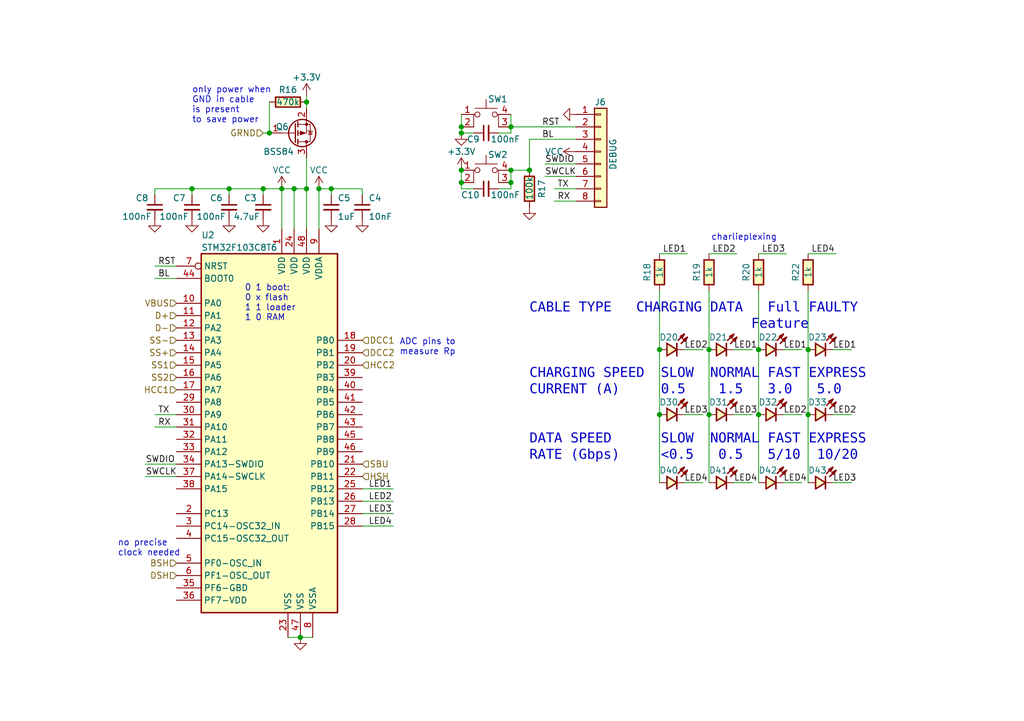
<source format=kicad_sch>
(kicad_sch (version 20230121) (generator eeschema)
  (paper "A5")
  (title_block (title "USB micro-B & C cable tester") (date "$date$") (rev "$version$.$revision$") (company "CuVoodoo") (comment 1 "King Kévin") (comment 2 "CERN-OHL-S") (comment 3 "interprets capabilities into usage"))
  (lib_symbols
    (symbol "Connector_Generic:Conn_01x08" (pin_names (offset 1.016) hide)
      (property "Reference" "J" (at 0 10.16 0))
      (property "Value" "Conn_01x08" (at 0 -12.7 0))
      (symbol "Conn_01x08_1_1"
        (rectangle (start -1.27 -10.033) (end 0 -10.287) (stroke (width 0.1524)))
        (rectangle (start -1.27 -7.493) (end 0 -7.747) (stroke (width 0.1524)))
        (rectangle (start -1.27 -4.953) (end 0 -5.207) (stroke (width 0.1524)))
        (rectangle (start -1.27 -2.413) (end 0 -2.667) (stroke (width 0.1524)))
        (rectangle (start -1.27 0.127) (end 0 -0.127) (stroke (width 0.1524)))
        (rectangle (start -1.27 2.667) (end 0 2.413) (stroke (width 0.1524)))
        (rectangle (start -1.27 5.207) (end 0 4.953) (stroke (width 0.1524)))
        (rectangle (start -1.27 7.747) (end 0 7.493) (stroke (width 0.1524)))
        (rectangle (start -1.27 8.89) (end 1.27 -11.43) (stroke (width 0.254)) (fill (type background)))
        (pin passive line (at -5.08 7.62 0) (length 3.81) (name "Pin_1") (number "1"))
        (pin passive line (at -5.08 5.08 0) (length 3.81) (name "Pin_2") (number "2"))
        (pin passive line (at -5.08 2.54 0) (length 3.81) (name "Pin_3") (number "3"))
        (pin passive line (at -5.08 0 0) (length 3.81) (name "Pin_4") (number "4"))
        (pin passive line (at -5.08 -2.54 0) (length 3.81) (name "Pin_5") (number "5"))
        (pin passive line (at -5.08 -5.08 0) (length 3.81) (name "Pin_6") (number "6"))
        (pin passive line (at -5.08 -7.62 0) (length 3.81) (name "Pin_7") (number "7"))
        (pin passive line (at -5.08 -10.16 0) (length 3.81) (name "Pin_8") (number "8"))
      )
    )
    (symbol "GND_1" (power) (pin_names (offset 0))
      (property "Value" "GND_1" (at 0 -3.81 0))
      (symbol "GND_1_0_1"
        (polyline (pts (xy 0 0) (xy 0 -1.27) (xy 1.27 -1.27) (xy 0 -2.54) (xy -1.27 -1.27) (xy 0 -1.27)))
      )
      (symbol "GND_1_1_1"
        (pin power_in line (at 0 0 270) (length 0) hide (name "GND") (number "1"))
      )
    )
    (symbol "partdb:LED/KT-0805G" (pin_numbers hide) (pin_names hide)
      (property "Reference" "D" (at 0 2.032 0))
      (property "Value" "LED0805" (at 0 -2.032 0))
      (symbol "LED/KT-0805G_1_1"
        (polyline (pts (xy 1.016 1.27) (xy 1.016 -1.27)) (stroke (width 0.305)))
        (polyline (pts (xy 1.27 1.905) (xy 2.54 3.175)) (stroke (width 0.305)))
        (polyline (pts (xy 1.905 1.27) (xy 3.175 2.54)) (stroke (width 0.305)))
        (polyline (pts (xy -1.016 1.27) (xy 1.016 0) (xy -1.016 -1.27) (xy -1.016 1.27)) (stroke (width 0.305)) (fill (type background)))
        (polyline (pts (xy 1.725 2.72) (xy 2.54 3.175) (xy 2.085 2.36) (xy 1.725 2.72)) (stroke (width 0.305)) (fill (type outline)))
        (polyline (pts (xy 2.36 2.085) (xy 3.175 2.54) (xy 2.72 1.725) (xy 2.36 2.085)) (stroke (width 0.305)) (fill (type outline)))
        (pin passive line (at 2.54 0 180) (length 1.524) (name "C") (number "1"))
        (pin passive line (at -2.54 0 0) (length 1.524) (name "A") (number "2"))
      )
    )
    (symbol "partdb:MCU/STM32F030C8T6"
      (property "Reference" "U" (at 0 0.762 0))
      (property "Value" "STM32F103C" (at 23.622 -74.422 0))
      (symbol "MCU/STM32F030C8T6_1_1"
        (rectangle (start 0 0) (end 27.94 -73.66) (stroke (width 0.305)) (fill (type background)))
        (pin power_in line (at 16.51 5.08 270) (length 5.08) (name "VDD") (number "1"))
        (pin bidirectional line (at -5.08 -10.16 0) (length 5.08) (name "PA0") (number "10"))
        (pin bidirectional line (at -5.08 -12.7 0) (length 5.08) (name "PA1") (number "11"))
        (pin bidirectional line (at -5.08 -15.24 0) (length 5.08) (name "PA2") (number "12"))
        (pin bidirectional line (at -5.08 -17.78 0) (length 5.08) (name "PA3") (number "13"))
        (pin bidirectional line (at -5.08 -20.32 0) (length 5.08) (name "PA4") (number "14"))
        (pin bidirectional line (at -5.08 -22.86 0) (length 5.08) (name "PA5") (number "15"))
        (pin bidirectional line (at -5.08 -25.4 0) (length 5.08) (name "PA6") (number "16"))
        (pin bidirectional line (at -5.08 -27.94 0) (length 5.08) (name "PA7") (number "17"))
        (pin bidirectional line (at 33.02 -17.78 180) (length 5.08) (name "PB0") (number "18"))
        (pin bidirectional line (at 33.02 -20.32 180) (length 5.08) (name "PB1") (number "19"))
        (pin bidirectional line (at -5.08 -53.34 0) (length 5.08) (name "PC13") (number "2"))
        (pin bidirectional line (at 33.02 -22.86 180) (length 5.08) (name "PB2") (number "20"))
        (pin bidirectional line (at 33.02 -43.18 180) (length 5.08) (name "PB10") (number "21"))
        (pin bidirectional line (at 33.02 -45.72 180) (length 5.08) (name "PB11") (number "22"))
        (pin power_in line (at 17.78 -78.74 90) (length 5.08) (name "VSS") (number "23"))
        (pin power_in line (at 19.05 5.08 270) (length 5.08) (name "VDD") (number "24"))
        (pin bidirectional line (at 33.02 -48.26 180) (length 5.08) (name "PB12") (number "25"))
        (pin bidirectional line (at 33.02 -50.8 180) (length 5.08) (name "PB13") (number "26"))
        (pin bidirectional line (at 33.02 -53.34 180) (length 5.08) (name "PB14") (number "27"))
        (pin bidirectional line (at 33.02 -55.88 180) (length 5.08) (name "PB15") (number "28"))
        (pin bidirectional line (at -5.08 -30.48 0) (length 5.08) (name "PA8") (number "29"))
        (pin bidirectional line (at -5.08 -55.88 0) (length 5.08) (name "PC14-OSC32_IN") (number "3"))
        (pin bidirectional line (at -5.08 -33.02 0) (length 5.08) (name "PA9") (number "30"))
        (pin bidirectional line (at -5.08 -35.56 0) (length 5.08) (name "PA10") (number "31"))
        (pin bidirectional line (at -5.08 -38.1 0) (length 5.08) (name "PA11") (number "32"))
        (pin bidirectional line (at -5.08 -40.64 0) (length 5.08) (name "PA12") (number "33"))
        (pin bidirectional line (at -5.08 -43.18 0) (length 5.08) (name "PA13-SWDIO") (number "34"))
        (pin bidirectional line (at -5.08 -68.58 0) (length 5.08) (name "PF6-GBD") (number "35"))
        (pin bidirectional line (at -5.08 -71.12 0) (length 5.08) (name "PF7-VDD") (number "36"))
        (pin bidirectional line (at -5.08 -45.72 0) (length 5.08) (name "PA14-SWCLK") (number "37"))
        (pin bidirectional line (at -5.08 -48.26 0) (length 5.08) (name "PA15") (number "38"))
        (pin bidirectional line (at 33.02 -25.4 180) (length 5.08) (name "PB3") (number "39"))
        (pin bidirectional line (at -5.08 -58.42 0) (length 5.08) (name "PC15-OSC32_OUT") (number "4"))
        (pin bidirectional line (at 33.02 -27.94 180) (length 5.08) (name "PB4") (number "40"))
        (pin bidirectional line (at 33.02 -30.48 180) (length 5.08) (name "PB5") (number "41"))
        (pin bidirectional line (at 33.02 -33.02 180) (length 5.08) (name "PB6") (number "42"))
        (pin bidirectional line (at 33.02 -35.56 180) (length 5.08) (name "PB7") (number "43"))
        (pin input line (at -5.08 -5.08 0) (length 5.08) (name "BOOT0") (number "44"))
        (pin bidirectional line (at 33.02 -38.1 180) (length 5.08) (name "PB8") (number "45"))
        (pin bidirectional line (at 33.02 -40.64 180) (length 5.08) (name "PB9") (number "46"))
        (pin power_in line (at 20.32 -78.74 90) (length 5.08) (name "VSS") (number "47"))
        (pin power_in line (at 21.59 5.08 270) (length 5.08) (name "VDD") (number "48"))
        (pin bidirectional line (at -5.08 -63.5 0) (length 5.08) (name "PF0-OSC_IN") (number "5"))
        (pin bidirectional line (at -5.08 -66.04 0) (length 5.08) (name "PF1-OSC_OUT") (number "6"))
        (pin input inverted (at -5.08 -2.54 0) (length 5.08) (name "NRST") (number "7"))
        (pin power_in line (at 22.86 -78.74 90) (length 5.08) (name "VSSA") (number "8"))
        (pin power_in line (at 24.13 5.08 270) (length 5.08) (name "VDDA") (number "9"))
      )
    )
    (symbol "partdb:button/TS-1187A-B-A-B" (pin_names (offset 1.016) hide)
      (property "Reference" "SW" (at 0.635 5.715 0))
      (property "Value" "SW_MEC_5E" (at 0 -3.175 0))
      (symbol "button/TS-1187A-B-A-B_0_1"
        (circle (center -1.778 2.54) (radius 0.508))
        (polyline (pts (xy -2.286 3.81) (xy 2.286 3.81)))
        (polyline (pts (xy 0 3.81) (xy 0 5.588)))
        (polyline (pts (xy -2.54 0) (xy -2.54 2.54) (xy -2.286 2.54)))
        (polyline (pts (xy 2.54 0) (xy 2.54 2.54) (xy 2.286 2.54)))
        (circle (center 1.778 2.54) (radius 0.508))
        (pin passive line (at -5.08 2.54 0) (length 2.54) (name "1") (number "1"))
        (pin passive line (at -5.08 0 0) (length 2.54) (name "2") (number "2"))
        (pin passive line (at 5.08 0 180) (length 2.54) (name "K") (number "3"))
        (pin passive line (at 5.08 2.54 180) (length 2.54) (name "A") (number "4"))
      )
    )
    (symbol "partdb:capacitor/0603B103K500NT" (pin_numbers hide) (pin_names (offset 0.254) hide)
      (property "Reference" "C" (at 0.254 1.778 0))
      (property "Value" "C_Small" (at 0.254 -2.032 0))
      (symbol "capacitor/0603B103K500NT_0_1"
        (polyline (pts (xy -1.524 -0.508) (xy 1.524 -0.508)) (stroke (width 0.3302)))
        (polyline (pts (xy -1.524 0.508) (xy 1.524 0.508)) (stroke (width 0.3048)))
      )
      (symbol "capacitor/0603B103K500NT_1_1"
        (pin passive line (at 0 2.54 270) (length 2.032) (name "~") (number "1"))
        (pin passive line (at 0 -2.54 90) (length 2.032) (name "~") (number "2"))
      )
    )
    (symbol "partdb:capacitor/C0603 0.1uF 50V" (pin_numbers hide) (pin_names (offset 0.254) hide)
      (property "Reference" "C" (at 0.254 1.778 0))
      (property "Value" "C_Small" (at 0.254 -2.032 0))
      (symbol "capacitor/C0603 0.1uF 50V_0_1"
        (polyline (pts (xy -1.524 -0.508) (xy 1.524 -0.508)) (stroke (width 0.3302)))
        (polyline (pts (xy -1.524 0.508) (xy 1.524 0.508)) (stroke (width 0.3048)))
      )
      (symbol "capacitor/C0603 0.1uF 50V_1_1"
        (pin passive line (at 0 2.54 270) (length 2.032) (name "~") (number "1"))
        (pin passive line (at 0 -2.54 90) (length 2.032) (name "~") (number "2"))
      )
    )
    (symbol "partdb:capacitor/C0603 4.7uF" (pin_numbers hide) (pin_names (offset 0.254) hide)
      (property "Reference" "C" (at 0.254 1.778 0))
      (property "Value" "C_Small" (at 0.254 -2.032 0))
      (symbol "capacitor/C0603 4.7uF_0_1"
        (polyline (pts (xy -1.524 -0.508) (xy 1.524 -0.508)) (stroke (width 0.3302)))
        (polyline (pts (xy -1.524 0.508) (xy 1.524 0.508)) (stroke (width 0.3048)))
      )
      (symbol "capacitor/C0603 4.7uF_1_1"
        (pin passive line (at 0 2.54 270) (length 2.032) (name "~") (number "1"))
        (pin passive line (at 0 -2.54 90) (length 2.032) (name "~") (number "2"))
      )
    )
    (symbol "partdb:capacitor/CL10A105KB8NNNC" (pin_numbers hide) (pin_names (offset 0.254) hide)
      (property "Reference" "C" (at 0.254 1.778 0))
      (property "Value" "C_Small" (at 0.254 -2.032 0))
      (symbol "capacitor/CL10A105KB8NNNC_0_1"
        (polyline (pts (xy -1.524 -0.508) (xy 1.524 -0.508)) (stroke (width 0.3302)))
        (polyline (pts (xy -1.524 0.508) (xy 1.524 0.508)) (stroke (width 0.3048)))
      )
      (symbol "capacitor/CL10A105KB8NNNC_1_1"
        (pin passive line (at 0 2.54 270) (length 2.032) (name "~") (number "1"))
        (pin passive line (at 0 -2.54 90) (length 2.032) (name "~") (number "2"))
      )
    )
    (symbol "partdb:resistor/0603WAF1001T5E" (pin_numbers hide) (pin_names hide)
      (property "Reference" "R" (at 0 1.778 0))
      (property "Value" "R0603" (at 0 -1.778 0))
      (symbol "resistor/0603WAF1001T5E_1_1"
        (rectangle (start -2.54 1.016) (end 2.54 -1.016) (stroke (width 0.305)) (fill (type background)))
        (pin passive line (at -3.81 0 0) (length 1.27) (name "L") (number "1"))
        (pin passive line (at 3.81 0 180) (length 1.27) (name "R") (number "2"))
      )
    )
    (symbol "partdb:resistor/0603WAF1003T5E" (pin_numbers hide) (pin_names hide)
      (property "Reference" "R" (at 0 1.778 0))
      (property "Value" "R0603" (at 0 -1.778 0))
      (symbol "resistor/0603WAF1003T5E_1_1"
        (rectangle (start -2.54 1.016) (end 2.54 -1.016) (stroke (width 0.305)) (fill (type background)))
        (pin passive line (at -3.81 0 0) (length 1.27) (name "L") (number "1"))
        (pin passive line (at 3.81 0 180) (length 1.27) (name "R") (number "2"))
      )
    )
    (symbol "partdb:resistor/0603WAF4703T5E" (pin_numbers hide) (pin_names hide)
      (property "Reference" "R" (at 0 1.778 0))
      (property "Value" "R0603" (at 0 -1.778 0))
      (symbol "resistor/0603WAF4703T5E_1_1"
        (rectangle (start -2.54 1.016) (end 2.54 -1.016) (stroke (width 0.305)) (fill (type background)))
        (pin passive line (at -3.81 0 0) (length 1.27) (name "L") (number "1"))
        (pin passive line (at 3.81 0 180) (length 1.27) (name "R") (number "2"))
      )
    )
    (symbol "partdb:transistor/BSS84" (pin_names (offset 0) hide)
      (property "Reference" "Q" (at 5.08 1.27 0))
      (property "Value" "Q_PMOS_GSD" (at 5.08 -1.27 0))
      (symbol "transistor/BSS84_0_1"
        (polyline (pts (xy 0.254 0) (xy -2.54 0)))
        (polyline (pts (xy 0.254 1.905) (xy 0.254 -1.905)) (stroke (width 0.254)))
        (polyline (pts (xy 0.762 -1.27) (xy 0.762 -2.286)) (stroke (width 0.254)))
        (polyline (pts (xy 0.762 0.508) (xy 0.762 -0.508)) (stroke (width 0.254)))
        (polyline (pts (xy 0.762 2.286) (xy 0.762 1.27)) (stroke (width 0.254)))
        (polyline (pts (xy 2.54 2.54) (xy 2.54 1.778)))
        (polyline (pts (xy 2.54 -2.54) (xy 2.54 0) (xy 0.762 0)))
        (polyline (pts (xy 0.762 1.778) (xy 3.302 1.778) (xy 3.302 -1.778) (xy 0.762 -1.778)))
        (polyline (pts (xy 2.286 0) (xy 1.27 0.381) (xy 1.27 -0.381) (xy 2.286 0)) (fill (type outline)))
        (polyline (pts (xy 2.794 -0.508) (xy 2.921 -0.381) (xy 3.683 -0.381) (xy 3.81 -0.254)))
        (polyline (pts (xy 3.302 -0.381) (xy 2.921 0.254) (xy 3.683 0.254) (xy 3.302 -0.381)))
        (circle (center 1.651 0) (radius 2.794) (stroke (width 0.254)))
        (circle (center 2.54 -1.778) (radius 0.254) (fill (type outline)))
        (circle (center 2.54 1.778) (radius 0.254) (fill (type outline)))
      )
      (symbol "transistor/BSS84_1_1"
        (pin input line (at -5.08 0 0) (length 2.54) (name "G") (number "1"))
        (pin passive line (at 2.54 -5.08 90) (length 2.54) (name "S") (number "2"))
        (pin passive line (at 2.54 5.08 270) (length 2.54) (name "D") (number "3"))
      )
    )
    (symbol "power:+3.3V" (power) (pin_names (offset 0))
      (property "Value" "+3.3V" (at 0 3.556 0))
      (symbol "+3.3V_0_1"
        (polyline (pts (xy -0.762 1.27) (xy 0 2.54)))
        (polyline (pts (xy 0 0) (xy 0 2.54)))
        (polyline (pts (xy 0 2.54) (xy 0.762 1.27)))
      )
      (symbol "+3.3V_1_1"
        (pin power_in line (at 0 0 90) (length 0) hide (name "+3.3V") (number "1"))
      )
    )
    (symbol "power:VCC" (power) (pin_names (offset 0))
      (property "Value" "VCC" (at 0 3.81 0))
      (symbol "VCC_0_1"
        (polyline (pts (xy -0.762 1.27) (xy 0 2.54)))
        (polyline (pts (xy 0 0) (xy 0 2.54)))
        (polyline (pts (xy 0 2.54) (xy 0.762 1.27)))
      )
      (symbol "VCC_1_1"
        (pin power_in line (at 0 0 90) (length 0) hide (name "VCC") (number "1"))
      )
    )
  )
  (junction (at 108.585 34.925))
  (junction (at 145.415 71.755))
  (junction (at 67.945 38.735))
  (junction (at 155.575 85.09))
  (junction (at 57.785 38.735))
  (junction (at 55.245 27.305))
  (junction (at 104.775 34.925))
  (junction (at 62.865 38.735))
  (junction (at 61.595 130.81))
  (junction (at 60.325 38.735))
  (junction (at 135.255 71.755))
  (junction (at 165.735 71.755))
  (junction (at 104.775 37.465))
  (junction (at 104.775 26.035))
  (junction (at 135.255 85.09))
  (junction (at 65.405 38.735))
  (junction (at 39.37 38.735))
  (junction (at 46.99 38.735))
  (junction (at 165.735 85.09))
  (junction (at 53.975 38.735))
  (junction (at 94.615 34.925))
  (junction (at 145.415 85.09))
  (junction (at 94.615 37.465))
  (junction (at 94.615 27.305))
  (junction (at 62.865 20.955))
  (junction (at 155.575 71.755))
  (junction (at 94.615 26.035))
  (wire (pts (xy 94.615 27.305) (xy 94.615 26.035)))
  (wire (pts (xy 165.735 85.09) (xy 165.735 99.06)))
  (wire (pts (xy 74.295 102.87) (xy 80.645 102.87)))
  (wire (pts (xy 145.415 52.07) (xy 151.13 52.07)))
  (wire (pts (xy 62.865 46.99) (xy 62.865 38.735)))
  (wire (pts (xy 140.335 71.755) (xy 144.145 71.755)))
  (wire (pts (xy 29.845 95.25) (xy 36.195 95.25)))
  (wire (pts (xy 60.325 46.99) (xy 60.325 38.735)))
  (wire (pts (xy 165.735 52.07) (xy 171.45 52.07)))
  (wire (pts (xy 140.335 99.06) (xy 144.145 99.06)))
  (wire (pts (xy 97.155 27.305) (xy 94.615 27.305)))
  (wire (pts (xy 150.495 71.755) (xy 154.305 71.755)))
  (wire (pts (xy 74.295 105.41) (xy 80.645 105.41)))
  (wire (pts (xy 65.405 38.735) (xy 67.945 38.735)))
  (wire (pts (xy 145.415 59.69) (xy 145.415 71.755)))
  (wire (pts (xy 31.75 57.15) (xy 36.195 57.15)))
  (wire (pts (xy 111.76 36.195) (xy 118.11 36.195)))
  (wire (pts (xy 104.775 38.735) (xy 104.775 37.465)))
  (wire (pts (xy 67.945 38.735) (xy 67.945 40.005)))
  (wire (pts (xy 104.775 27.305) (xy 104.775 26.035)))
  (wire (pts (xy 62.865 20.955) (xy 62.865 22.225)))
  (wire (pts (xy 57.785 38.735) (xy 57.785 46.99)))
  (wire (pts (xy 74.295 100.33) (xy 80.645 100.33)))
  (wire (pts (xy 160.655 71.755) (xy 164.465 71.755)))
  (wire (pts (xy 165.735 59.69) (xy 165.735 71.755)))
  (wire (pts (xy 67.945 38.735) (xy 74.295 38.735)))
  (wire (pts (xy 65.405 46.99) (xy 65.405 38.735)))
  (wire (pts (xy 53.975 38.735) (xy 53.975 40.005)))
  (wire (pts (xy 155.575 59.69) (xy 155.575 71.755)))
  (wire (pts (xy 46.99 38.735) (xy 53.975 38.735)))
  (wire (pts (xy 135.255 52.07) (xy 140.97 52.07)))
  (wire (pts (xy 55.245 20.955) (xy 55.245 27.305)))
  (wire (pts (xy 104.775 23.495) (xy 104.775 26.035)))
  (wire (pts (xy 94.615 38.735) (xy 94.615 37.465)))
  (wire (pts (xy 31.75 85.09) (xy 36.195 85.09)))
  (wire (pts (xy 39.37 38.735) (xy 46.99 38.735)))
  (wire (pts (xy 62.865 32.385) (xy 62.865 38.735)))
  (wire (pts (xy 108.585 28.575) (xy 118.11 28.575)))
  (wire (pts (xy 62.865 19.685) (xy 62.865 20.955)))
  (wire (pts (xy 160.655 99.06) (xy 164.465 99.06)))
  (wire (pts (xy 104.775 26.035) (xy 118.11 26.035)))
  (wire (pts (xy 94.615 23.495) (xy 94.615 26.035)))
  (wire (pts (xy 135.255 59.69) (xy 135.255 71.755)))
  (wire (pts (xy 170.815 99.06) (xy 174.625 99.06)))
  (wire (pts (xy 61.595 130.81) (xy 64.135 130.81)))
  (wire (pts (xy 53.975 38.735) (xy 57.785 38.735)))
  (wire (pts (xy 74.295 107.95) (xy 80.645 107.95)))
  (wire (pts (xy 46.99 38.735) (xy 46.99 40.005)))
  (wire (pts (xy 140.335 85.09) (xy 144.145 85.09)))
  (wire (pts (xy 113.665 38.735) (xy 118.11 38.735)))
  (wire (pts (xy 170.815 85.09) (xy 174.625 85.09)))
  (wire (pts (xy 94.615 34.925) (xy 94.615 37.465)))
  (wire (pts (xy 135.255 85.09) (xy 135.255 99.06)))
  (wire (pts (xy 113.665 41.275) (xy 118.11 41.275)))
  (wire (pts (xy 108.585 34.925) (xy 104.775 34.925)))
  (wire (pts (xy 145.415 71.755) (xy 145.415 85.09)))
  (wire (pts (xy 155.575 71.755) (xy 155.575 85.09)))
  (wire (pts (xy 55.245 27.305) (xy 53.975 27.305)))
  (wire (pts (xy 74.295 38.735) (xy 74.295 40.005)))
  (wire (pts (xy 29.845 97.79) (xy 36.195 97.79)))
  (wire (pts (xy 97.155 38.735) (xy 94.615 38.735)))
  (wire (pts (xy 135.255 71.755) (xy 135.255 85.09)))
  (wire (pts (xy 155.575 52.07) (xy 161.29 52.07)))
  (wire (pts (xy 102.235 38.735) (xy 104.775 38.735)))
  (wire (pts (xy 31.75 87.63) (xy 36.195 87.63)))
  (wire (pts (xy 60.325 38.735) (xy 62.865 38.735)))
  (wire (pts (xy 31.75 54.61) (xy 36.195 54.61)))
  (wire (pts (xy 155.575 85.09) (xy 155.575 99.06)))
  (wire (pts (xy 102.235 27.305) (xy 104.775 27.305)))
  (wire (pts (xy 108.585 28.575) (xy 108.585 34.925)))
  (wire (pts (xy 111.76 33.655) (xy 118.11 33.655)))
  (wire (pts (xy 31.75 38.735) (xy 39.37 38.735)))
  (wire (pts (xy 165.735 71.755) (xy 165.735 85.09)))
  (wire (pts (xy 39.37 38.735) (xy 39.37 40.005)))
  (wire (pts (xy 160.655 85.09) (xy 164.465 85.09)))
  (wire (pts (xy 104.775 34.925) (xy 104.775 37.465)))
  (wire (pts (xy 145.415 85.09) (xy 145.415 99.06)))
  (wire (pts (xy 150.495 85.09) (xy 154.305 85.09)))
  (wire (pts (xy 31.75 40.005) (xy 31.75 38.735)))
  (wire (pts (xy 60.325 38.735) (xy 57.785 38.735)))
  (wire (pts (xy 170.815 71.755) (xy 174.625 71.755)))
  (wire (pts (xy 150.495 99.06) (xy 154.305 99.06)))
  (wire (pts (xy 59.055 130.81) (xy 61.595 130.81)))
  (text "only power when\nGND in cable\nis present\nto save power" (at 39.37 25.4 0) (effects (font (size 1.27 1.27)) (justify left bottom)))
  (text "0 1 boot:\n0 x flash\n1 1 loader\n1 0 RAM" (at 50.165 66.04 0) (effects (font (size 1.27 1.27)) (justify left bottom)))
  (text "ADC pins to\nmeasure Rp" (at 81.915 73.025 0) (effects (font (size 1.27 1.27)) (justify left bottom)))
  (text "charlieplexing" (at 159.385 49.53 0) (effects (font (size 1.27 1.27)) (justify right bottom)))
  (text "no precise\nclock needed" (at 24.13 114.3 0) (effects (font (size 1.27 1.27)) (justify left bottom)))
  (text "CABLE TYPE   CHARGING DATA   Full FAULTY\n                           Feature\n\n\nCHARGING SPEED  SLOW  NORMAL FAST EXPRESS\nCURRENT (A)     0.5    1.5   3.0   5.0\n\n\nDATA SPEED      SLOW  NORMAL FAST EXPRESS\nRATE (Gbps)     <0.5   0.5   5/10  10/20" (at 108.585 95.25 0) (effects (font (size 2 2)) (justify left bottom)))
  (label "RX" (at 32.385 87.63 0))
  (label "LED2" (at 170.815 85.09 0))
  (label "SWCLK" (at 111.76 36.195 0))
  (label "LED3" (at 75.565 105.41 0))
  (label "LED1" (at 135.89 52.07 0))
  (label "LED2" (at 75.565 102.87 0))
  (label "BL" (at 32.385 57.15 0))
  (label "RST" (at 32.385 54.61 0))
  (label "LED4" (at 166.37 52.07 0))
  (label "SWCLK" (at 29.845 97.79 0))
  (label "RX" (at 114.3 41.275 0))
  (label "LED4" (at 160.655 99.06 0))
  (label "TX" (at 32.385 85.09 0))
  (label "LED1" (at 160.655 71.755 0))
  (label "SWDIO" (at 111.76 33.655 0))
  (label "TX" (at 114.3 38.735 0))
  (label "RST" (at 111.125 26.035 0))
  (label "LED3" (at 140.335 85.09 0))
  (label "LED3" (at 170.815 99.06 0))
  (label "LED2" (at 160.655 85.09 0))
  (label "LED1" (at 150.495 71.755 0))
  (label "LED3" (at 156.21 52.07 0))
  (label "BL" (at 111.125 28.575 0))
  (label "LED4" (at 75.565 107.95 0))
  (label "LED4" (at 140.335 99.06 0))
  (label "LED3" (at 150.495 85.09 0))
  (label "LED4" (at 150.495 99.06 0))
  (label "LED2" (at 140.335 71.755 0))
  (label "LED1" (at 170.815 71.755 0))
  (label "SWDIO" (at 29.845 95.25 0))
  (label "LED2" (at 146.05 52.07 0))
  (label "LED1" (at 75.565 100.33 0))
  (hierarchical_label "BSH" (shape input) (at 36.195 115.57 180))
  (hierarchical_label "SS+" (shape input) (at 36.195 72.39 180))
  (hierarchical_label "DCC2" (shape input) (at 74.295 72.39 0))
  (hierarchical_label "D+" (shape input) (at 36.195 64.77 180))
  (hierarchical_label "VBUS" (shape input) (at 36.195 62.23 180))
  (hierarchical_label "HSH" (shape input) (at 74.295 97.79 0))
  (hierarchical_label "D-" (shape input) (at 36.195 67.31 180))
  (hierarchical_label "SS2" (shape input) (at 36.195 77.47 180))
  (hierarchical_label "SBU" (shape input) (at 74.295 95.25 0))
  (hierarchical_label "SS1" (shape input) (at 36.195 74.93 180))
  (hierarchical_label "HCC2" (shape input) (at 74.295 74.93 0))
  (hierarchical_label "DSH" (shape input) (at 36.195 118.11 180))
  (hierarchical_label "SS-" (shape input) (at 36.195 69.85 180))
  (hierarchical_label "GRND" (shape input) (at 53.975 27.305 180))
  (hierarchical_label "DCC1" (shape input) (at 74.295 69.85 0))
  (hierarchical_label "HCC1" (shape input) (at 36.195 80.01 180))
  (symbol (lib_id "power:VCC") (at 65.405 38.735 0) (unit 1)
    (property "Reference" "#PWR016" (effects hide))
    (property "Value" "VCC" (at 65.405 34.925 0))
  )
  (symbol (lib_name "GND_1") (lib_id "power:GND") (at 39.37 45.085 0) (unit 1)
    (property "Reference" "#PWR013" (effects hide))
    (property "Value" "GND" (effects hide))
  )
  (symbol (lib_id "partdb:button/TS-1187A-B-A-B") (at 99.695 26.035 0) (unit 1)
    (property "Reference" "SW1" (at 104.14 20.32 0) (effects (justify right)))
    (property "Value" "TS-1187A" (effects hide))
    (property "Footprint" "qeda:MECHANICAL_TS-1187A" (effects hide))
    (property "Datasheet" "https://www.helloxkb.com/public/images/pdf/TS-1187A-X-X-X.pdf" (effects hide))
    (property "Description" "SMD, momentary, 5.1x5.1mm, 50mA@12VDC" (effects hide))
    (property "qeda_part" "mechanical/smd-button_tx-1187a" (effects hide))
    (property "LCSC" "C318884" (effects hide))
    (property "JLCPCB" "C318884" (effects hide))
  )
  (symbol (lib_id "partdb:LED/KT-0805G") (at 137.795 71.755 0) (unit 1)
    (property "Reference" "D20" (at 137.16 69.215 0))
    (property "Value" "GREEN" (effects hide))
    (property "Footprint" "qeda:UPC2012X80N" (effects hide))
    (property "Datasheet" "https://datasheet.lcsc.com/lcsc/1806151820_Hubei-KENTO-Elec-KT-0805G_C2297.pdf" (effects hide))
    (property "Description" "LED 0805 green" (effects hide))
    (property "qeda_part" "diode/led0805" (effects hide))
    (property "JLCPCB_CORRECTION" "0;0;-90" (effects hide))
    (property "LCSC" "C2297" (effects hide))
    (property "JLCPCB" "C2297" (effects hide))
  )
  (symbol (lib_id "Connector_Generic:Conn_01x08") (at 123.19 31.115 0) (unit 1)
    (property "Reference" "J6" (at 121.92 20.955 0) (effects (justify left)))
    (property "Value" "DEBUG" (at 125.73 34.925 90) (effects (justify left)))
    (property "Footprint" "Connector_PinHeader_2.54mm:PinHeader_1x08_P2.54mm_Vertical" (effects hide))
  )
  (symbol (lib_id "partdb:LED/KT-0805G") (at 158.115 85.09 0) (unit 1)
    (property "Reference" "D32" (at 157.48 82.55 0))
    (property "Value" "GREEN" (effects hide))
    (property "Footprint" "qeda:UPC2012X80N" (effects hide))
    (property "Datasheet" "https://datasheet.lcsc.com/lcsc/1806151820_Hubei-KENTO-Elec-KT-0805G_C2297.pdf" (effects hide))
    (property "Description" "LED 0805 green" (effects hide))
    (property "qeda_part" "diode/led0805" (effects hide))
    (property "JLCPCB_CORRECTION" "0;0;-90" (effects hide))
    (property "LCSC" "C2297" (effects hide))
    (property "JLCPCB" "C2297" (effects hide))
  )
  (symbol (lib_id "partdb:transistor/BSS84") (at 60.325 27.305 0) (mirror x) (unit 1)
    (property "Reference" "Q6" (at 56.515 26.035 0) (effects (justify left)))
    (property "Value" "BSS84" (at 53.975 31.115 0) (effects (justify left)))
    (property "Footprint" "qeda:SOT95P237X112-3N" (effects hide))
    (property "Datasheet" "https://assets.nexperia.com/documents/data-sheet/BSS84.pdf" (effects hide))
    (property "Description" "pMOS 50V 130mA" (effects hide))
    (property "qeda_part" "transistor/pmos_bss84" (effects hide))
    (property "JLCPCB_CORRECTION" "0;0;0" (effects hide))
    (property "LCSC" "C114481" (effects hide))
    (property "JLCPCB" "C8492" (effects hide))
  )
  (symbol (lib_id "partdb:button/TS-1187A-B-A-B") (at 99.695 37.465 0) (unit 1)
    (property "Reference" "SW2" (at 104.14 31.75 0) (effects (justify right)))
    (property "Value" "TS-1187A" (effects hide))
    (property "Footprint" "qeda:MECHANICAL_TS-1187A" (effects hide))
    (property "Datasheet" "https://www.helloxkb.com/public/images/pdf/TS-1187A-X-X-X.pdf" (effects hide))
    (property "Description" "SMD, momentary, 5.1x5.1mm, 50mA@12VDC" (effects hide))
    (property "qeda_part" "mechanical/smd-button_tx-1187a" (effects hide))
    (property "LCSC" "C318884" (effects hide))
    (property "JLCPCB" "C318884" (effects hide))
  )
  (symbol (lib_name "GND_1") (lib_id "power:GND") (at 61.595 130.81 0) (unit 1)
    (property "Reference" "#PWR02" (effects hide))
    (property "Value" "GND" (effects hide))
  )
  (symbol (lib_name "GND_1") (lib_id "power:GND") (at 108.585 42.545 0) (unit 1)
    (property "Reference" "#PWR021" (effects hide))
    (property "Value" "GND" (effects hide))
  )
  (symbol (lib_id "partdb:LED/KT-0805G") (at 168.275 71.755 0) (unit 1)
    (property "Reference" "D23" (at 167.64 69.215 0))
    (property "Value" "GREEN" (effects hide))
    (property "Footprint" "qeda:UPC2012X80N" (effects hide))
    (property "Datasheet" "https://datasheet.lcsc.com/lcsc/1806151820_Hubei-KENTO-Elec-KT-0805G_C2297.pdf" (effects hide))
    (property "Description" "LED 0805 green" (effects hide))
    (property "qeda_part" "diode/led0805" (effects hide))
    (property "JLCPCB_CORRECTION" "0;0;-90" (effects hide))
    (property "LCSC" "C2297" (effects hide))
    (property "JLCPCB" "C2297" (effects hide))
  )
  (symbol (lib_id "partdb:MCU/STM32F030C8T6") (at 41.275 52.07 0) (unit 1)
    (property "Reference" "U2" (at 41.275 48.26 0) (effects (justify left)))
    (property "Value" "STM32F103C8T6" (at 41.275 50.8 0) (effects (justify left)))
    (property "Footprint" "qeda:QFP50P900X900X160-48N" (effects hide))
    (property "Datasheet" "https://www.st.com/resource/en/datasheet/stm32f030c8.pdf" (effects hide))
    (property "qeda_part" "mcu/st_stm32f030" (effects hide))
    (property "qeda_variant" "LQFP48" (effects hide))
    (property "LCSC" "C40053" (effects hide))
    (property "JLCPCB" "C23922" (effects hide))
  )
  (symbol (lib_id "partdb:LED/KT-0805G") (at 147.955 71.755 0) (unit 1)
    (property "Reference" "D21" (at 147.32 69.215 0))
    (property "Value" "GREEN" (effects hide))
    (property "Footprint" "qeda:UPC2012X80N" (effects hide))
    (property "Datasheet" "https://datasheet.lcsc.com/lcsc/1806151820_Hubei-KENTO-Elec-KT-0805G_C2297.pdf" (effects hide))
    (property "Description" "LED 0805 green" (effects hide))
    (property "qeda_part" "diode/led0805" (effects hide))
    (property "JLCPCB_CORRECTION" "0;0;-90" (effects hide))
    (property "LCSC" "C2297" (effects hide))
    (property "JLCPCB" "C2297" (effects hide))
  )
  (symbol (lib_name "GND_1") (lib_id "power:GND") (at 94.615 27.305 0) (unit 1)
    (property "Reference" "#PWR020" (effects hide))
    (property "Value" "GND" (effects hide))
  )
  (symbol (lib_name "GND_1") (lib_id "power:GND") (at 31.75 45.085 0) (unit 1)
    (property "Reference" "#PWR014" (effects hide))
    (property "Value" "GND" (effects hide))
  )
  (symbol (lib_id "partdb:capacitor/C0603 4.7uF") (at 53.975 42.545 0) (mirror y) (unit 1)
    (property "Reference" "C3" (at 52.705 40.64 0) (effects (justify left)))
    (property "Value" "4.7uF" (at 53.34 44.45 0) (effects (justify left)))
    (property "Footprint" "qeda:CAPC1608X92N" (effects hide))
    (property "Description" "4.7uF ±10% 16V X5R" (effects hide))
    (property "qeda_part" "capacitor/c0603" (effects hide))
    (property "JLCPCB_CORRECTION" "0;0;-90" (effects hide))
    (property "LCSC" "C99229" (effects hide))
    (property "JLCPCB" "C19666" (effects hide))
  )
  (symbol (lib_id "partdb:capacitor/C0603 0.1uF 50V") (at 99.695 27.305 90) (mirror x) (unit 1)
    (property "Reference" "C9" (at 98.425 28.575 90) (effects (justify left)))
    (property "Value" "100nF" (at 106.68 28.575 90) (effects (justify left)))
    (property "Footprint" "qeda:CAPC1608X92N" (effects hide))
    (property "Description" "100nF ±20% 50V X7R" (effects hide))
    (property "qeda_part" "capacitor/c0603" (effects hide))
    (property "JLCPCB_CORRECTION" "0;0;-90" (effects hide))
    (property "LCSC" "C108097" (effects hide))
    (property "JLCPCB" "C14663" (effects hide))
  )
  (symbol (lib_id "partdb:resistor/0603WAF1001T5E") (at 135.255 55.88 270) (mirror x) (unit 1)
    (property "Reference" "R18" (at 132.715 55.88 0))
    (property "Value" "1k" (at 135.255 55.88 0))
    (property "Footprint" "qeda:UC1608X55N" (effects hide))
    (property "Datasheet" "https://datasheet.lcsc.com/lcsc/2206010130_UNI-ROYAL-Uniroyal-Elec-0603WAF1001T5E_C21190.pdf" (effects hide))
    (property "Description" "R0603 1k 1%" (effects hide))
    (property "qeda_part" "resistor/r0603" (effects hide))
    (property "JLCPCB_CORRECTION" "0;0;-90" (effects hide))
    (property "LCSC" "C21190" (effects hide))
    (property "JLCPCB" "C21190" (effects hide))
  )
  (symbol (lib_name "GND_1") (lib_id "power:GND") (at 46.99 45.085 0) (unit 1)
    (property "Reference" "#PWR011" (effects hide))
    (property "Value" "GND" (effects hide))
  )
  (symbol (lib_id "partdb:LED/KT-0805G") (at 147.955 99.06 0) (unit 1)
    (property "Reference" "D41" (at 147.32 96.52 0))
    (property "Value" "GREEN" (effects hide))
    (property "Footprint" "qeda:UPC2012X80N" (effects hide))
    (property "Datasheet" "https://datasheet.lcsc.com/lcsc/1806151820_Hubei-KENTO-Elec-KT-0805G_C2297.pdf" (effects hide))
    (property "Description" "LED 0805 green" (effects hide))
    (property "qeda_part" "diode/led0805" (effects hide))
    (property "JLCPCB_CORRECTION" "0;0;-90" (effects hide))
    (property "LCSC" "C2297" (effects hide))
    (property "JLCPCB" "C2297" (effects hide))
  )
  (symbol (lib_id "power:VCC") (at 57.785 38.735 0) (unit 1)
    (property "Reference" "#PWR015" (effects hide))
    (property "Value" "VCC" (at 57.785 34.925 0))
  )
  (symbol (lib_name "GND_1") (lib_id "power:GND") (at 118.11 23.495 270) (unit 1)
    (property "Reference" "#PWR018" (effects hide))
    (property "Value" "GND" (effects hide))
  )
  (symbol (lib_name "GND_1") (lib_id "power:GND") (at 74.295 45.085 0) (unit 1)
    (property "Reference" "#PWR07" (effects hide))
    (property "Value" "GND" (effects hide))
  )
  (symbol (lib_id "partdb:LED/KT-0805G") (at 147.955 85.09 0) (unit 1)
    (property "Reference" "D31" (at 147.32 82.55 0))
    (property "Value" "GREEN" (effects hide))
    (property "Footprint" "qeda:UPC2012X80N" (effects hide))
    (property "Datasheet" "https://datasheet.lcsc.com/lcsc/1806151820_Hubei-KENTO-Elec-KT-0805G_C2297.pdf" (effects hide))
    (property "Description" "LED 0805 green" (effects hide))
    (property "qeda_part" "diode/led0805" (effects hide))
    (property "JLCPCB_CORRECTION" "0;0;-90" (effects hide))
    (property "LCSC" "C2297" (effects hide))
    (property "JLCPCB" "C2297" (effects hide))
  )
  (symbol (lib_id "power:+3.3V") (at 94.615 34.925 0) (unit 1)
    (property "Reference" "#PWR036" (effects hide))
    (property "Value" "+3.3V" (at 94.615 31.115 0))
  )
  (symbol (lib_id "partdb:capacitor/C0603 0.1uF 50V") (at 99.695 38.735 90) (mirror x) (unit 1)
    (property "Reference" "C10" (at 98.425 40.005 90) (effects (justify left)))
    (property "Value" "100nF" (at 106.68 40.005 90) (effects (justify left)))
    (property "Footprint" "qeda:CAPC1608X92N" (effects hide))
    (property "Description" "100nF ±20% 50V X7R" (effects hide))
    (property "qeda_part" "capacitor/c0603" (effects hide))
    (property "JLCPCB_CORRECTION" "0;0;-90" (effects hide))
    (property "LCSC" "C108097" (effects hide))
    (property "JLCPCB" "C14663" (effects hide))
  )
  (symbol (lib_name "GND_1") (lib_id "power:GND") (at 53.975 45.085 0) (unit 1)
    (property "Reference" "#PWR010" (effects hide))
    (property "Value" "GND" (effects hide))
  )
  (symbol (lib_id "partdb:LED/KT-0805G") (at 168.275 99.06 0) (unit 1)
    (property "Reference" "D43" (at 167.64 96.52 0))
    (property "Value" "GREEN" (effects hide))
    (property "Footprint" "qeda:UPC2012X80N" (effects hide))
    (property "Datasheet" "https://datasheet.lcsc.com/lcsc/1806151820_Hubei-KENTO-Elec-KT-0805G_C2297.pdf" (effects hide))
    (property "Description" "LED 0805 green" (effects hide))
    (property "qeda_part" "diode/led0805" (effects hide))
    (property "JLCPCB_CORRECTION" "0;0;-90" (effects hide))
    (property "LCSC" "C2297" (effects hide))
    (property "JLCPCB" "C2297" (effects hide))
  )
  (symbol (lib_id "partdb:capacitor/CL10A105KB8NNNC") (at 67.945 42.545 0) (unit 1)
    (property "Reference" "C5" (at 69.215 40.64 0) (effects (justify left)))
    (property "Value" "1uF" (at 69.215 44.45 0) (effects (justify left)))
    (property "Footprint" "qeda:CAPC1608X92N" (effects hide))
    (property "Datasheet" "https://datasheet.lcsc.com/lcsc/2304140030_Samsung-Electro-Mechanics-CL10A105KB8NNNC_C15849.pdf" (effects hide))
    (property "Description" "C0603 1uF 50V" (effects hide))
    (property "qeda_part" "capacitor/c0603" (effects hide))
    (property "JLCPCB_CORRECTION" "0;0;-90" (effects hide))
    (property "JLCPCB" "C15849" (effects hide))
  )
  (symbol (lib_id "partdb:resistor/0603WAF1001T5E") (at 145.415 55.88 270) (mirror x) (unit 1)
    (property "Reference" "R19" (at 142.875 55.88 0))
    (property "Value" "1k" (at 145.415 55.88 0))
    (property "Footprint" "qeda:UC1608X55N" (effects hide))
    (property "Datasheet" "https://datasheet.lcsc.com/lcsc/2206010130_UNI-ROYAL-Uniroyal-Elec-0603WAF1001T5E_C21190.pdf" (effects hide))
    (property "Description" "R0603 1k 1%" (effects hide))
    (property "qeda_part" "resistor/r0603" (effects hide))
    (property "JLCPCB_CORRECTION" "0;0;-90" (effects hide))
    (property "LCSC" "C21190" (effects hide))
    (property "JLCPCB" "C21190" (effects hide))
  )
  (symbol (lib_name "GND_1") (lib_id "power:GND") (at 67.945 45.085 0) (unit 1)
    (property "Reference" "#PWR06" (effects hide))
    (property "Value" "GND" (effects hide))
  )
  (symbol (lib_id "partdb:LED/KT-0805G") (at 137.795 85.09 0) (unit 1)
    (property "Reference" "D30" (at 137.16 82.55 0))
    (property "Value" "GREEN" (effects hide))
    (property "Footprint" "qeda:UPC2012X80N" (effects hide))
    (property "Datasheet" "https://datasheet.lcsc.com/lcsc/1806151820_Hubei-KENTO-Elec-KT-0805G_C2297.pdf" (effects hide))
    (property "Description" "LED 0805 green" (effects hide))
    (property "qeda_part" "diode/led0805" (effects hide))
    (property "JLCPCB_CORRECTION" "0;0;-90" (effects hide))
    (property "LCSC" "C2297" (effects hide))
    (property "JLCPCB" "C2297" (effects hide))
  )
  (symbol (lib_id "partdb:LED/KT-0805G") (at 158.115 71.755 0) (unit 1)
    (property "Reference" "D22" (at 157.48 69.215 0))
    (property "Value" "GREEN" (effects hide))
    (property "Footprint" "qeda:UPC2012X80N" (effects hide))
    (property "Datasheet" "https://datasheet.lcsc.com/lcsc/1806151820_Hubei-KENTO-Elec-KT-0805G_C2297.pdf" (effects hide))
    (property "Description" "LED 0805 green" (effects hide))
    (property "qeda_part" "diode/led0805" (effects hide))
    (property "JLCPCB_CORRECTION" "0;0;-90" (effects hide))
    (property "LCSC" "C2297" (effects hide))
    (property "JLCPCB" "C2297" (effects hide))
  )
  (symbol (lib_id "power:VCC") (at 118.11 31.115 90) (unit 1)
    (property "Reference" "#PWR019" (effects hide))
    (property "Value" "VCC" (at 113.665 31.115 90))
  )
  (symbol (lib_id "partdb:capacitor/C0603 0.1uF 50V") (at 46.99 42.545 0) (mirror y) (unit 1)
    (property "Reference" "C6" (at 45.72 40.64 0) (effects (justify left)))
    (property "Value" "100nF" (at 46.355 44.45 0) (effects (justify left)))
    (property "Footprint" "qeda:CAPC1608X92N" (effects hide))
    (property "Description" "100nF ±20% 50V X7R" (effects hide))
    (property "qeda_part" "capacitor/c0603" (effects hide))
    (property "JLCPCB_CORRECTION" "0;0;-90" (effects hide))
    (property "LCSC" "C108097" (effects hide))
    (property "JLCPCB" "C14663" (effects hide))
  )
  (symbol (lib_id "partdb:resistor/0603WAF1001T5E") (at 165.735 55.88 270) (mirror x) (unit 1)
    (property "Reference" "R22" (at 163.195 55.88 0))
    (property "Value" "1k" (at 165.735 55.88 0))
    (property "Footprint" "qeda:UC1608X55N" (effects hide))
    (property "Datasheet" "https://datasheet.lcsc.com/lcsc/2206010130_UNI-ROYAL-Uniroyal-Elec-0603WAF1001T5E_C21190.pdf" (effects hide))
    (property "Description" "R0603 1k 1%" (effects hide))
    (property "qeda_part" "resistor/r0603" (effects hide))
    (property "JLCPCB_CORRECTION" "0;0;-90" (effects hide))
    (property "LCSC" "C21190" (effects hide))
    (property "JLCPCB" "C21190" (effects hide))
  )
  (symbol (lib_id "partdb:LED/KT-0805G") (at 137.795 99.06 0) (unit 1)
    (property "Reference" "D40" (at 137.16 96.52 0))
    (property "Value" "GREEN" (effects hide))
    (property "Footprint" "qeda:UPC2012X80N" (effects hide))
    (property "Datasheet" "https://datasheet.lcsc.com/lcsc/1806151820_Hubei-KENTO-Elec-KT-0805G_C2297.pdf" (effects hide))
    (property "Description" "LED 0805 green" (effects hide))
    (property "qeda_part" "diode/led0805" (effects hide))
    (property "JLCPCB_CORRECTION" "0;0;-90" (effects hide))
    (property "LCSC" "C2297" (effects hide))
    (property "JLCPCB" "C2297" (effects hide))
  )
  (symbol (lib_id "partdb:resistor/0603WAF4703T5E") (at 59.055 20.955 0) (mirror y) (unit 1)
    (property "Reference" "R16" (at 59.055 18.415 0))
    (property "Value" "470k" (at 59.055 20.955 0))
    (property "Footprint" "qeda:UC1608X55N" (effects hide))
    (property "Datasheet" "https://datasheet.lcsc.com/lcsc/2206010116_UNI-ROYAL-Uniroyal-Elec-0603WAF4703T5E_C23178.pdf" (effects hide))
    (property "Description" "R0603 470k 1%" (effects hide))
    (property "qeda_part" "resistor/r0603" (effects hide))
    (property "JLCPCB_CORRECTION" "0;0;-90" (effects hide))
    (property "LCSC" "C23178" (effects hide))
    (property "JLCPCB" "C23178" (effects hide))
  )
  (symbol (lib_id "partdb:resistor/0603WAF1001T5E") (at 155.575 55.88 270) (mirror x) (unit 1)
    (property "Reference" "R20" (at 153.035 55.88 0))
    (property "Value" "1k" (at 155.575 55.88 0))
    (property "Footprint" "qeda:UC1608X55N" (effects hide))
    (property "Datasheet" "https://datasheet.lcsc.com/lcsc/2206010130_UNI-ROYAL-Uniroyal-Elec-0603WAF1001T5E_C21190.pdf" (effects hide))
    (property "Description" "R0603 1k 1%" (effects hide))
    (property "qeda_part" "resistor/r0603" (effects hide))
    (property "JLCPCB_CORRECTION" "0;0;-90" (effects hide))
    (property "LCSC" "C21190" (effects hide))
    (property "JLCPCB" "C21190" (effects hide))
  )
  (symbol (lib_id "partdb:LED/KT-0805G") (at 158.115 99.06 0) (unit 1)
    (property "Reference" "D42" (at 157.48 96.52 0))
    (property "Value" "GREEN" (effects hide))
    (property "Footprint" "qeda:UPC2012X80N" (effects hide))
    (property "Datasheet" "https://datasheet.lcsc.com/lcsc/1806151820_Hubei-KENTO-Elec-KT-0805G_C2297.pdf" (effects hide))
    (property "Description" "LED 0805 green" (effects hide))
    (property "qeda_part" "diode/led0805" (effects hide))
    (property "JLCPCB_CORRECTION" "0;0;-90" (effects hide))
    (property "LCSC" "C2297" (effects hide))
    (property "JLCPCB" "C2297" (effects hide))
  )
  (symbol (lib_id "partdb:LED/KT-0805G") (at 168.275 85.09 0) (unit 1)
    (property "Reference" "D33" (at 167.64 82.55 0))
    (property "Value" "GREEN" (effects hide))
    (property "Footprint" "qeda:UPC2012X80N" (effects hide))
    (property "Datasheet" "https://datasheet.lcsc.com/lcsc/1806151820_Hubei-KENTO-Elec-KT-0805G_C2297.pdf" (effects hide))
    (property "Description" "LED 0805 green" (effects hide))
    (property "qeda_part" "diode/led0805" (effects hide))
    (property "JLCPCB_CORRECTION" "0;0;-90" (effects hide))
    (property "LCSC" "C2297" (effects hide))
    (property "JLCPCB" "C2297" (effects hide))
  )
  (symbol (lib_id "partdb:capacitor/C0603 0.1uF 50V") (at 39.37 42.545 0) (mirror y) (unit 1)
    (property "Reference" "C7" (at 38.1 40.64 0) (effects (justify left)))
    (property "Value" "100nF" (at 38.735 44.45 0) (effects (justify left)))
    (property "Footprint" "qeda:CAPC1608X92N" (effects hide))
    (property "Description" "100nF ±20% 50V X7R" (effects hide))
    (property "qeda_part" "capacitor/c0603" (effects hide))
    (property "JLCPCB_CORRECTION" "0;0;-90" (effects hide))
    (property "LCSC" "C108097" (effects hide))
    (property "JLCPCB" "C14663" (effects hide))
  )
  (symbol (lib_id "power:+3.3V") (at 62.865 19.685 0) (unit 1)
    (property "Reference" "#PWR017" (effects hide))
    (property "Value" "+3.3V" (at 62.865 15.875 0))
  )
  (symbol (lib_id "partdb:resistor/0603WAF1003T5E") (at 108.585 38.735 90) (unit 1)
    (property "Reference" "R17" (at 111.125 36.83 0) (effects (justify right)))
    (property "Value" "100k" (at 108.585 36.195 0) (effects (justify right)))
    (property "Footprint" "qeda:UC1608X55N" (effects hide))
    (property "Datasheet" "https://datasheet.lcsc.com/lcsc/2206010045_UNI-ROYAL-Uniroyal-Elec-0603WAF1003T5E_C25803.pdf" (effects hide))
    (property "Description" "R0603 100k 1%" (effects hide))
    (property "qeda_part" "resistor/r0603" (effects hide))
    (property "JLCPCB_CORRECTION" "0;0;-90" (effects hide))
    (property "LCSC" "C25803" (effects hide))
    (property "JLCPCB" "C25803" (effects hide))
  )
  (symbol (lib_id "partdb:capacitor/C0603 0.1uF 50V") (at 31.75 42.545 0) (mirror y) (unit 1)
    (property "Reference" "C8" (at 30.48 40.64 0) (effects (justify left)))
    (property "Value" "100nF" (at 31.115 44.45 0) (effects (justify left)))
    (property "Footprint" "qeda:CAPC1608X92N" (effects hide))
    (property "Description" "100nF ±20% 50V X7R" (effects hide))
    (property "qeda_part" "capacitor/c0603" (effects hide))
    (property "JLCPCB_CORRECTION" "0;0;-90" (effects hide))
    (property "LCSC" "C108097" (effects hide))
    (property "JLCPCB" "C14663" (effects hide))
  )
  (symbol (lib_id "partdb:capacitor/0603B103K500NT") (at 74.295 42.545 0) (unit 1)
    (property "Reference" "C4" (at 75.565 40.64 0) (effects (justify left)))
    (property "Value" "10nF" (at 75.565 44.45 0) (effects (justify left)))
    (property "Footprint" "qeda:CAPC1608X92N" (effects hide))
    (property "Datasheet" "https://datasheet.lcsc.com/lcsc/2304140030_FH--Guangdong-Fenghua-Advanced-Tech-0603B103K500NT_C57112.pdf" (effects hide))
    (property "Description" "C0603 10nF 50V" (effects hide))
    (property "qeda_part" "capacitor/c0603" (effects hide))
    (property "JLCPCB_CORRECTION" "0;0;-90" (effects hide))
    (property "LCSC" "C57112" (effects hide))
    (property "JLCPCB" "C57112" (effects hide))
  )
)
</source>
